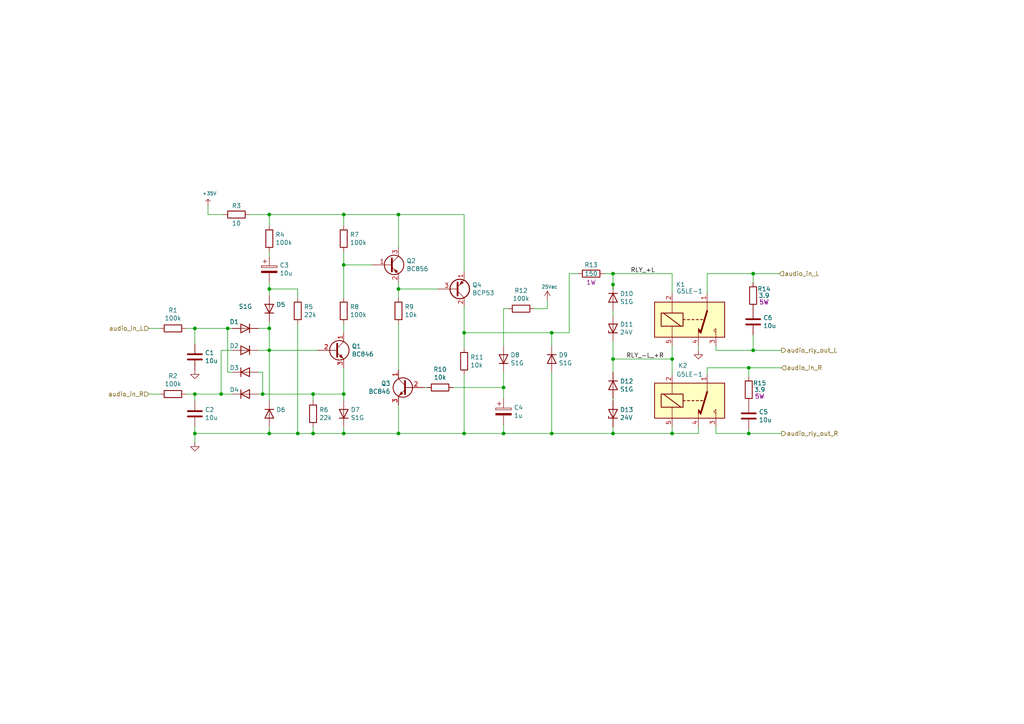
<source format=kicad_sch>
(kicad_sch (version 20211123) (generator eeschema)
  (paper "A4")
  (title_block (title "Output Muting and Short Protection") (date "2020-01-21") (rev "A") (company "Shawn Adams") (comment 1 "https://sound-au.com/") (comment 2 "Based on designs by Elliot Sound Products"))
  (lib_symbols
    (symbol "AAMB-rescue:+35V-Power-amp" (power) (pin_names (offset 0))
      (property "Value" "+35V-Power-amp" (at 0.635 2.54 0))
      (symbol "+35V-Power-amp_0_1"
        (polyline (pts (xy 0 1.905) (xy 0.635 1.27)))
        (polyline (pts (xy 0 0) (xy 0 1.905) (xy -0.635 1.27)))
      )
      (symbol "+35V-Power-amp_1_1"
        (pin power_in line (at 0 0 90) (length 0) hide (name "+35V") (number "1"))
      )
    )
    (symbol "AAMB-rescue:25Vac-power" (power) (pin_names (offset 0))
      (property "Value" "25Vac-power" (at 0 3.556 0))
      (symbol "25Vac-power_0_1"
        (polyline (pts (xy -0.762 1.27) (xy 0 2.54)))
        (polyline (pts (xy 0 0) (xy 0 2.54)))
        (polyline (pts (xy 0 2.54) (xy 0.762 1.27)))
      )
      (symbol "25Vac-power_1_1"
        (pin power_in line (at 0 0 90) (length 0) hide (name "25Vac") (number "1"))
      )
    )
    (symbol "AAMB-rescue:CP-Device" (pin_numbers hide) (pin_names (offset 0.254))
      (property "Reference" "C" (at 0.635 2.54 0))
      (property "Value" "CP-Device" (at 0.635 -2.54 0))
      (symbol "CP-Device_0_1"
        (rectangle (start -2.286 0.508) (end 2.286 1.016))
        (polyline (pts (xy -1.778 2.286) (xy -0.762 2.286)))
        (polyline (pts (xy -1.27 2.794) (xy -1.27 1.778)))
        (rectangle (start 2.286 -0.508) (end -2.286 -1.016) (fill (type outline)))
      )
      (symbol "CP-Device_1_1"
        (pin passive line (at 0 3.81 270) (length 2.794) (name "~") (number "1"))
        (pin passive line (at 0 -3.81 90) (length 2.794) (name "~") (number "2"))
      )
    )
    (symbol "Device:C" (pin_numbers hide) (pin_names (offset 0.254))
      (property "Reference" "C" (at 0.635 2.54 0))
      (property "Value" "C" (at 0.635 -2.54 0))
      (symbol "C_0_1"
        (polyline (pts (xy -2.032 -0.762) (xy 2.032 -0.762)) (stroke (width 0.508)))
        (polyline (pts (xy -2.032 0.762) (xy 2.032 0.762)) (stroke (width 0.508)))
      )
      (symbol "C_1_1"
        (pin passive line (at 0 3.81 270) (length 2.794) (name "~") (number "1"))
        (pin passive line (at 0 -3.81 90) (length 2.794) (name "~") (number "2"))
      )
    )
    (symbol "Device:D_Zener" (pin_numbers hide) (pin_names (offset 1.016) hide)
      (property "Reference" "D" (at 0 2.54 0))
      (property "Value" "D_Zener" (at 0 -2.54 0))
      (symbol "D_Zener_0_1"
        (polyline (pts (xy 1.27 0) (xy -1.27 0)))
        (polyline (pts (xy -1.27 -1.27) (xy -1.27 1.27) (xy -0.762 1.27)) (stroke (width 0.254)))
        (polyline (pts (xy 1.27 -1.27) (xy 1.27 1.27) (xy -1.27 0) (xy 1.27 -1.27)) (stroke (width 0.254)))
      )
      (symbol "D_Zener_1_1"
        (pin passive line (at -3.81 0 0) (length 2.54) (name "K") (number "1"))
        (pin passive line (at 3.81 0 180) (length 2.54) (name "A") (number "2"))
      )
    )
    (symbol "Device:R" (pin_numbers hide) (pin_names (offset 0))
      (property "Reference" "R" (at 2.032 0 90))
      (property "Value" "R" (at 0 0 90))
      (symbol "R_0_1"
        (rectangle (start -1.016 -2.54) (end 1.016 2.54) (stroke (width 0.254)))
      )
      (symbol "R_1_1"
        (pin passive line (at 0 3.81 270) (length 1.27) (name "~") (number "1"))
        (pin passive line (at 0 -3.81 90) (length 1.27) (name "~") (number "2"))
      )
    )
    (symbol "Diode:1N4004" (pin_numbers hide) (pin_names hide)
      (property "Reference" "D" (at 0 2.54 0))
      (property "Value" "1N4004" (at 0 -2.54 0))
      (symbol "1N4004_0_1"
        (polyline (pts (xy -1.27 1.27) (xy -1.27 -1.27)) (stroke (width 0.254)))
        (polyline (pts (xy 1.27 0) (xy -1.27 0)))
        (polyline (pts (xy 1.27 1.27) (xy 1.27 -1.27) (xy -1.27 0) (xy 1.27 1.27)) (stroke (width 0.254)))
      )
      (symbol "1N4004_1_1"
        (pin passive line (at -3.81 0 0) (length 2.54) (name "K") (number "1"))
        (pin passive line (at 3.81 0 180) (length 2.54) (name "A") (number "2"))
      )
    )
    (symbol "Relay:G5LE-1"
      (property "Reference" "K" (at 11.43 3.81 0))
      (property "Value" "G5LE-1" (at 11.43 1.27 0))
      (symbol "G5LE-1_0_0"
        (polyline (pts (xy 7.62 5.08) (xy 7.62 2.54) (xy 6.985 3.175) (xy 7.62 3.81)))
      )
      (symbol "G5LE-1_0_1"
        (rectangle (start -10.16 5.08) (end 10.16 -5.08) (stroke (width 0.254)) (fill (type background)))
        (rectangle (start -8.255 1.905) (end -1.905 -1.905) (stroke (width 0.254)))
        (polyline (pts (xy -7.62 -1.905) (xy -2.54 1.905)) (stroke (width 0.254)))
        (polyline (pts (xy -5.08 -5.08) (xy -5.08 -1.905)))
        (polyline (pts (xy -5.08 5.08) (xy -5.08 1.905)))
        (polyline (pts (xy -1.905 0) (xy -1.27 0)) (stroke (width 0.254)))
        (polyline (pts (xy -0.635 0) (xy 0 0)) (stroke (width 0.254)))
        (polyline (pts (xy 0.635 0) (xy 1.27 0)) (stroke (width 0.254)))
        (polyline (pts (xy 1.905 0) (xy 2.54 0)) (stroke (width 0.254)))
        (polyline (pts (xy 3.175 0) (xy 3.81 0)) (stroke (width 0.254)))
        (polyline (pts (xy 5.08 -2.54) (xy 3.175 3.81)) (stroke (width 0.508)))
        (polyline (pts (xy 5.08 -2.54) (xy 5.08 -5.08)))
        (polyline (pts (xy 2.54 5.08) (xy 2.54 2.54) (xy 3.175 3.175) (xy 2.54 3.81)) (fill (type outline)))
      )
      (symbol "G5LE-1_1_1"
        (pin passive line (at 5.08 -7.62 90) (length 2.54) (name "~") (number "1"))
        (pin passive line (at -5.08 -7.62 90) (length 2.54) (name "~") (number "2"))
        (pin passive line (at 7.62 7.62 270) (length 2.54) (name "~") (number "3"))
        (pin passive line (at 2.54 7.62 270) (length 2.54) (name "~") (number "4"))
        (pin passive line (at -5.08 7.62 270) (length 2.54) (name "~") (number "5"))
      )
    )
    (symbol "Transistor_BJT:BC546" (pin_names (offset 0) hide)
      (property "Reference" "Q" (at 5.08 1.905 0))
      (property "Value" "BC546" (at 5.08 0 0))
      (symbol "BC546_0_1"
        (polyline (pts (xy 0 0) (xy 0.635 0)))
        (polyline (pts (xy 0.635 0.635) (xy 2.54 2.54)))
        (polyline (pts (xy 0.635 -0.635) (xy 2.54 -2.54) (xy 2.54 -2.54)))
        (polyline (pts (xy 0.635 1.905) (xy 0.635 -1.905) (xy 0.635 -1.905)) (stroke (width 0.508)))
        (polyline (pts (xy 1.27 -1.778) (xy 1.778 -1.27) (xy 2.286 -2.286) (xy 1.27 -1.778) (xy 1.27 -1.778)) (fill (type outline)))
        (circle (center 1.27 0) (radius 2.8194) (stroke (width 0.254)))
      )
      (symbol "BC546_1_1"
        (pin passive line (at 2.54 5.08 270) (length 2.54) (name "C") (number "1"))
        (pin input line (at -5.08 0 0) (length 5.08) (name "B") (number "2"))
        (pin passive line (at 2.54 -5.08 90) (length 2.54) (name "E") (number "3"))
      )
    )
    (symbol "Transistor_BJT:BC856" (pin_names (offset 0) hide)
      (property "Reference" "Q" (at 5.08 1.905 0))
      (property "Value" "BC856" (at 5.08 0 0))
      (symbol "BC856_0_1"
        (polyline (pts (xy 0.635 0.635) (xy 2.54 2.54)))
        (polyline (pts (xy 0.635 -0.635) (xy 2.54 -2.54) (xy 2.54 -2.54)))
        (polyline (pts (xy 0.635 1.905) (xy 0.635 -1.905) (xy 0.635 -1.905)) (stroke (width 0.508)))
        (polyline (pts (xy 2.286 -1.778) (xy 1.778 -2.286) (xy 1.27 -1.27) (xy 2.286 -1.778) (xy 2.286 -1.778)) (fill (type outline)))
        (circle (center 1.27 0) (radius 2.8194) (stroke (width 0.254)))
      )
      (symbol "BC856_1_1"
        (pin input line (at -5.08 0 0) (length 5.715) (name "B") (number "1"))
        (pin passive line (at 2.54 -5.08 90) (length 2.54) (name "E") (number "2"))
        (pin passive line (at 2.54 5.08 270) (length 2.54) (name "C") (number "3"))
      )
    )
    (symbol "Transistor_BJT:BD140" (pin_names (offset 0) hide)
      (property "Reference" "Q" (at 5.08 1.905 0))
      (property "Value" "BD140" (at 5.08 0 0))
      (symbol "BD140_0_1"
        (polyline (pts (xy 0 0) (xy 0.635 0)))
        (polyline (pts (xy 2.54 -2.54) (xy 0.635 -0.635)))
        (polyline (pts (xy 2.54 2.54) (xy 0.635 0.635)))
        (polyline (pts (xy 0.635 1.905) (xy 0.635 -1.905) (xy 0.635 -1.905)) (stroke (width 0.508)) (fill (type outline)))
        (polyline (pts (xy 1.778 -2.286) (xy 2.286 -1.778) (xy 1.27 -1.27) (xy 1.778 -2.286) (xy 1.778 -2.286)) (fill (type outline)))
        (circle (center 1.27 0) (radius 2.8194) (stroke (width 0.3048)))
      )
      (symbol "BD140_1_1"
        (pin passive line (at 2.54 -5.08 90) (length 2.54) (name "E") (number "1"))
        (pin passive line (at 2.54 5.08 270) (length 2.54) (name "C") (number "2"))
        (pin input line (at -5.08 0 0) (length 5.08) (name "B") (number "3"))
      )
    )
    (symbol "power:GND" (power) (pin_names (offset 0))
      (property "Value" "GND" (at 0 -3.81 0))
      (symbol "GND_0_1"
        (polyline (pts (xy 0 0) (xy 0 -1.27) (xy 1.27 -1.27) (xy 0 -2.54) (xy -1.27 -1.27) (xy 0 -1.27)))
      )
      (symbol "GND_1_1"
        (pin power_in line (at 0 0 270) (length 0) hide (name "GND") (number "1"))
      )
    )
  )
  (junction (at 86.36 125.73))
  (junction (at 90.805 125.73))
  (junction (at 134.62 125.73))
  (junction (at 160.02 125.73))
  (junction (at 99.695 114.3))
  (junction (at 177.8 82.55))
  (junction (at 78.105 101.6))
  (junction (at 194.945 104.14))
  (junction (at 56.515 114.3))
  (junction (at 78.105 62.23))
  (junction (at 78.105 95.25))
  (junction (at 78.105 83.82))
  (junction (at 218.44 101.6))
  (junction (at 160.02 96.52))
  (junction (at 218.44 79.375))
  (junction (at 78.105 125.73))
  (junction (at 115.57 83.82))
  (junction (at 76.2 114.3))
  (junction (at 99.695 125.73))
  (junction (at 146.05 125.73))
  (junction (at 177.8 125.73))
  (junction (at 177.8 79.375))
  (junction (at 115.57 62.23))
  (junction (at 90.805 114.3))
  (junction (at 217.17 125.73))
  (junction (at 66.04 95.25))
  (junction (at 64.135 114.3))
  (junction (at 217.17 106.68))
  (junction (at 115.57 125.73))
  (junction (at 99.695 76.835))
  (junction (at 146.05 112.395))
  (junction (at 56.515 95.25))
  (junction (at 194.945 125.73))
  (junction (at 56.515 125.73))
  (junction (at 99.695 62.23))
  (junction (at 134.62 96.52))
  (junction (at 177.8 104.14))
  (wire (pts (xy 115.57 62.23) (xy 115.57 71.755)))
  (wire (pts (xy 134.62 96.52) (xy 134.62 88.9)))
  (wire (pts (xy 78.105 125.73) (xy 56.515 125.73)))
  (wire (pts (xy 165.1 96.52) (xy 165.1 79.375)))
  (wire (pts (xy 177.8 115.57) (xy 177.8 116.205)))
  (wire (pts (xy 64.135 114.3) (xy 64.135 101.6)))
  (wire (pts (xy 194.945 79.375) (xy 194.945 85.09)))
  (wire (pts (xy 134.62 100.965) (xy 134.62 96.52)))
  (wire (pts (xy 207.645 123.825) (xy 207.645 125.73)))
  (wire (pts (xy 202.565 123.825) (xy 202.565 125.73)))
  (wire (pts (xy 64.135 101.6) (xy 67.31 101.6)))
  (wire (pts (xy 60.325 62.23) (xy 64.77 62.23)))
  (wire (pts (xy 86.36 125.73) (xy 78.105 125.73)))
  (wire (pts (xy 99.695 125.73) (xy 90.805 125.73)))
  (wire (pts (xy 177.8 104.14) (xy 177.8 107.95)))
  (wire (pts (xy 78.105 123.825) (xy 78.105 125.73)))
  (wire (pts (xy 194.945 125.73) (xy 177.8 125.73)))
  (wire (pts (xy 134.62 108.585) (xy 134.62 125.73)))
  (wire (pts (xy 146.05 125.73) (xy 146.05 123.19)))
  (wire (pts (xy 74.93 114.3) (xy 76.2 114.3)))
  (wire (pts (xy 160.02 125.73) (xy 177.8 125.73)))
  (wire (pts (xy 146.05 112.395) (xy 146.05 115.57)))
  (wire (pts (xy 115.57 83.82) (xy 115.57 86.36)))
  (wire (pts (xy 66.04 95.25) (xy 67.31 95.25)))
  (wire (pts (xy 177.8 79.375) (xy 194.945 79.375)))
  (wire (pts (xy 64.135 114.3) (xy 56.515 114.3)))
  (wire (pts (xy 134.62 125.73) (xy 146.05 125.73)))
  (wire (pts (xy 177.8 123.825) (xy 177.8 125.73)))
  (wire (pts (xy 115.57 83.82) (xy 127 83.82)))
  (wire (pts (xy 78.105 81.915) (xy 78.105 83.82)))
  (wire (pts (xy 205.105 79.375) (xy 218.44 79.375)))
  (wire (pts (xy 160.02 100.33) (xy 160.02 96.52)))
  (wire (pts (xy 146.05 125.73) (xy 160.02 125.73)))
  (wire (pts (xy 202.565 125.73) (xy 194.945 125.73)))
  (wire (pts (xy 76.2 114.3) (xy 90.805 114.3)))
  (wire (pts (xy 74.93 95.25) (xy 78.105 95.25)))
  (wire (pts (xy 160.02 96.52) (xy 134.62 96.52)))
  (wire (pts (xy 60.325 59.69) (xy 60.325 62.23)))
  (wire (pts (xy 86.36 83.82) (xy 86.36 86.36)))
  (wire (pts (xy 78.105 62.23) (xy 99.695 62.23)))
  (wire (pts (xy 78.105 93.345) (xy 78.105 95.25)))
  (wire (pts (xy 207.645 100.33) (xy 207.645 101.6)))
  (wire (pts (xy 218.44 79.375) (xy 218.44 81.915)))
  (wire (pts (xy 99.695 123.825) (xy 99.695 125.73)))
  (wire (pts (xy 72.39 62.23) (xy 78.105 62.23)))
  (wire (pts (xy 56.515 99.695) (xy 56.515 95.25)))
  (wire (pts (xy 194.945 123.825) (xy 194.945 125.73)))
  (wire (pts (xy 226.695 106.68) (xy 217.17 106.68)))
  (wire (pts (xy 194.945 104.14) (xy 194.945 108.585)))
  (wire (pts (xy 205.105 85.09) (xy 205.105 79.375)))
  (wire (pts (xy 146.05 100.33) (xy 146.05 89.535)))
  (wire (pts (xy 217.17 124.46) (xy 217.17 125.73)))
  (wire (pts (xy 131.445 112.395) (xy 146.05 112.395)))
  (wire (pts (xy 115.57 117.475) (xy 115.57 125.73)))
  (wire (pts (xy 78.105 95.25) (xy 78.105 101.6)))
  (wire (pts (xy 76.2 107.95) (xy 76.2 114.3)))
  (wire (pts (xy 175.26 79.375) (xy 177.8 79.375)))
  (wire (pts (xy 99.695 125.73) (xy 115.57 125.73)))
  (wire (pts (xy 154.94 89.535) (xy 158.75 89.535)))
  (wire (pts (xy 67.31 107.95) (xy 66.04 107.95)))
  (wire (pts (xy 99.695 73.025) (xy 99.695 76.835)))
  (wire (pts (xy 99.695 62.23) (xy 99.695 65.405)))
  (wire (pts (xy 217.17 109.22) (xy 217.17 106.68)))
  (wire (pts (xy 46.355 114.3) (xy 43.18 114.3)))
  (wire (pts (xy 177.8 90.17) (xy 177.8 91.44)))
  (wire (pts (xy 218.44 101.6) (xy 226.695 101.6)))
  (wire (pts (xy 56.515 95.25) (xy 66.04 95.25)))
  (wire (pts (xy 56.515 116.205) (xy 56.515 114.3)))
  (wire (pts (xy 202.565 101.6) (xy 202.565 100.33)))
  (wire (pts (xy 146.05 107.95) (xy 146.05 112.395)))
  (wire (pts (xy 56.515 125.73) (xy 56.515 123.825)))
  (wire (pts (xy 146.05 89.535) (xy 147.32 89.535)))
  (wire (pts (xy 158.75 86.995) (xy 158.75 89.535)))
  (wire (pts (xy 115.57 81.915) (xy 115.57 83.82)))
  (wire (pts (xy 46.355 95.25) (xy 43.18 95.25)))
  (wire (pts (xy 67.31 114.3) (xy 64.135 114.3)))
  (wire (pts (xy 207.645 125.73) (xy 217.17 125.73)))
  (wire (pts (xy 99.695 106.68) (xy 99.695 114.3)))
  (wire (pts (xy 123.19 112.395) (xy 123.825 112.395)))
  (wire (pts (xy 56.515 95.25) (xy 53.975 95.25)))
  (wire (pts (xy 78.105 73.025) (xy 78.105 74.295)))
  (wire (pts (xy 86.36 93.98) (xy 86.36 125.73)))
  (wire (pts (xy 99.695 76.835) (xy 99.695 86.36)))
  (wire (pts (xy 115.57 62.23) (xy 134.62 62.23)))
  (wire (pts (xy 177.8 82.55) (xy 177.8 83.82)))
  (wire (pts (xy 207.645 101.6) (xy 218.44 101.6)))
  (wire (pts (xy 165.1 79.375) (xy 167.64 79.375)))
  (wire (pts (xy 78.105 101.6) (xy 78.105 116.205)))
  (wire (pts (xy 78.105 62.23) (xy 78.105 65.405)))
  (wire (pts (xy 218.44 101.6) (xy 218.44 97.155)))
  (wire (pts (xy 99.695 96.52) (xy 99.695 93.98)))
  (wire (pts (xy 115.57 62.23) (xy 99.695 62.23)))
  (wire (pts (xy 78.105 83.82) (xy 78.105 85.725)))
  (wire (pts (xy 217.17 106.68) (xy 205.105 106.68)))
  (wire (pts (xy 90.805 114.3) (xy 90.805 116.205)))
  (wire (pts (xy 74.93 107.95) (xy 76.2 107.95)))
  (wire (pts (xy 56.515 128.27) (xy 56.515 125.73)))
  (wire (pts (xy 99.695 114.3) (xy 90.805 114.3)))
  (wire (pts (xy 78.105 83.82) (xy 86.36 83.82)))
  (wire (pts (xy 107.95 76.835) (xy 99.695 76.835)))
  (wire (pts (xy 99.695 116.205) (xy 99.695 114.3)))
  (wire (pts (xy 66.04 107.95) (xy 66.04 95.25)))
  (wire (pts (xy 90.805 123.825) (xy 90.805 125.73)))
  (wire (pts (xy 56.515 114.3) (xy 53.975 114.3)))
  (wire (pts (xy 115.57 125.73) (xy 134.62 125.73)))
  (wire (pts (xy 177.8 79.375) (xy 177.8 82.55)))
  (wire (pts (xy 194.945 100.33) (xy 194.945 104.14)))
  (wire (pts (xy 194.945 104.14) (xy 177.8 104.14)))
  (wire (pts (xy 134.62 62.23) (xy 134.62 78.74)))
  (wire (pts (xy 92.075 101.6) (xy 78.105 101.6)))
  (wire (pts (xy 160.02 96.52) (xy 165.1 96.52)))
  (wire (pts (xy 217.17 125.73) (xy 226.695 125.73)))
  (wire (pts (xy 74.93 101.6) (xy 78.105 101.6)))
  (wire (pts (xy 90.805 125.73) (xy 86.36 125.73)))
  (wire (pts (xy 115.57 93.98) (xy 115.57 107.315)))
  (wire (pts (xy 205.105 106.68) (xy 205.105 108.585)))
  (wire (pts (xy 226.06 79.375) (xy 218.44 79.375)))
  (wire (pts (xy 177.8 99.06) (xy 177.8 104.14)))
  (wire (pts (xy 160.02 125.73) (xy 160.02 107.95)))
  (label "RLY_+L" (at 182.88 79.375 0))
  (label "RLY_-L_+R" (at 181.61 104.14 0))
  (hierarchical_label "audio_rly_out_R" (shape output) (at 226.695 125.73 0))
  (hierarchical_label "audio_in_R" (shape input) (at 43.18 114.3 180))
  (hierarchical_label "audio_in_L" (shape input) (at 43.18 95.25 180))
  (hierarchical_label "audio_in_R" (shape input) (at 226.695 106.68 0))
  (hierarchical_label "audio_rly_out_L" (shape output) (at 226.695 101.6 0))
  (hierarchical_label "audio_in_L" (shape input) (at 226.06 79.375 0))
  (symbol (lib_id "Transistor_BJT:BC546") (at 97.155 101.6 0) (unit 1)
    (property "Reference" "Q1" (at 102.0064 100.4316 0) (effects (justify left)))
    (property "Value" "BC846" (at 102.0064 102.743 0) (effects (justify left)))
    (property "Footprint" "Package_TO_SOT_THT:TO-92_Inline" (effects hide))
    (property "Datasheet" "https://www.onsemi.com/pub/Collateral/BC550-D.pdf" (effects hide))
    (property "DigiKey" "https://www.digikey.com/product-detail/en/on-semiconductor/BC846BLT1G/BC846BLT1GOSTR-ND/918342" (effects hide))
    (property "MFG" "ON Semiconductor" (effects hide))
    (property "MPN" "BC846BLT1G" (effects hide))
  )
  (symbol (lib_id "Transistor_BJT:BC546") (at 118.11 112.395 0) (mirror y) (unit 1)
    (property "Reference" "Q3" (at 113.2586 111.2266 0) (effects (justify left)))
    (property "Value" "BC846" (at 113.2586 113.538 0) (effects (justify left)))
    (property "Footprint" "Package_TO_SOT_THT:TO-92_Inline" (effects hide))
    (property "Datasheet" "https://www.onsemi.com/pub/Collateral/BC550-D.pdf" (effects hide))
    (property "DigiKey" "https://www.digikey.com/product-detail/en/on-semiconductor/BC846BLT1G/BC846BLT1GOSTR-ND/918342" (effects hide))
    (property "MFG" "ON Semiconductor" (effects hide))
    (property "MPN" "BC846BLT1G" (effects hide))
  )
  (symbol (lib_id "Transistor_BJT:BD140") (at 132.08 83.82 0) (mirror x) (unit 1)
    (property "Reference" "Q4" (at 136.9568 82.6516 0) (effects (justify left)))
    (property "Value" "BCP53" (at 136.9568 84.963 0) (effects (justify left)))
    (property "Footprint" "Package_TO_SOT_THT:TO-126-3_Vertical" (effects hide))
    (property "Datasheet" "http://www.st.com/internet/com/TECHNICAL_RESOURCES/TECHNICAL_LITERATURE/DATASHEET/CD00001225.pdf" (effects hide))
    (property "DigiKey" "https://www.digikey.com/product-detail/en/on-semiconductor/SBCP53-10T1G/SBCP53-10T1GOSCT-ND/9087709" (effects hide))
    (property "MFG" "ON Semiconductor" (effects hide))
    (property "MPN" "SBCP53-10T1G" (effects hide))
  )
  (symbol (lib_id "Diode:1N4004") (at 71.12 95.25 180) (unit 1)
    (property "Reference" "D1" (at 67.945 93.345 0))
    (property "Value" "S1G" (effects hide))
    (property "Footprint" "Diode_THT:D_DO-41_SOD81_P10.16mm_Horizontal" (effects hide))
    (property "Datasheet" "http://www.vishay.com/docs/88503/1n4001.pdf" (effects hide))
    (property "DigiKey" "https://www.digikey.com/product-detail/en/on-semiconductor/S1G/S1GFSTR-ND/965464" (effects hide))
    (property "MFG" "ON Semiconductor" (effects hide))
    (property "MPN" "S1G" (effects hide))
  )
  (symbol (lib_id "Diode:1N4004") (at 71.12 101.6 180) (unit 1)
    (property "Reference" "D2" (at 67.945 100.33 0))
    (property "Value" "S1G" (effects hide))
    (property "Footprint" "Diode_THT:D_DO-41_SOD81_P10.16mm_Horizontal" (effects hide))
    (property "Datasheet" "http://www.vishay.com/docs/88503/1n4001.pdf" (effects hide))
    (property "DigiKey" "https://www.digikey.com/product-detail/en/on-semiconductor/S1G/S1GFSTR-ND/965464" (effects hide))
    (property "MFG" "ON Semiconductor" (effects hide))
    (property "MPN" "S1G" (effects hide))
  )
  (symbol (lib_id "Diode:1N4004") (at 71.12 107.95 0) (unit 1)
    (property "Reference" "D3" (at 67.945 106.68 0))
    (property "Value" "S1G" (effects hide))
    (property "Footprint" "Diode_THT:D_DO-41_SOD81_P10.16mm_Horizontal" (effects hide))
    (property "Datasheet" "http://www.vishay.com/docs/88503/1n4001.pdf" (effects hide))
    (property "DigiKey" "https://www.digikey.com/product-detail/en/on-semiconductor/S1G/S1GFSTR-ND/965464" (effects hide))
    (property "MFG" "ON Semiconductor" (effects hide))
    (property "MPN" "S1G" (effects hide))
  )
  (symbol (lib_id "Diode:1N4004") (at 71.12 114.3 0) (unit 1)
    (property "Reference" "D4" (at 67.945 113.03 0))
    (property "Value" "S1G" (effects hide))
    (property "Footprint" "Diode_THT:D_DO-41_SOD81_P10.16mm_Horizontal" (effects hide))
    (property "Datasheet" "http://www.vishay.com/docs/88503/1n4001.pdf" (effects hide))
    (property "DigiKey" "https://www.digikey.com/product-detail/en/on-semiconductor/S1G/S1GFSTR-ND/965464" (effects hide))
    (property "MFG" "ON Semiconductor" (effects hide))
    (property "MPN" "S1G" (effects hide))
  )
  (symbol (lib_id "Diode:1N4004") (at 78.105 120.015 270) (unit 1)
    (property "Reference" "D6" (at 80.1116 118.8466 90) (effects (justify left)))
    (property "Value" "S1G" (effects hide))
    (property "Footprint" "Diode_THT:D_DO-41_SOD81_P10.16mm_Horizontal" (effects hide))
    (property "Datasheet" "http://www.vishay.com/docs/88503/1n4001.pdf" (effects hide))
    (property "DigiKey" "https://www.digikey.com/product-detail/en/on-semiconductor/S1G/S1GFSTR-ND/965464" (effects hide))
    (property "MFG" "ON Semiconductor" (effects hide))
    (property "MPN" "S1G" (effects hide))
  )
  (symbol (lib_id "Diode:1N4004") (at 99.695 120.015 90) (unit 1)
    (property "Reference" "D7" (at 101.7016 118.8466 90) (effects (justify right)))
    (property "Value" "S1G" (at 101.7016 121.158 90) (effects (justify right)))
    (property "Footprint" "Diode_THT:D_DO-41_SOD81_P10.16mm_Horizontal" (effects hide))
    (property "Datasheet" "http://www.vishay.com/docs/88503/1n4001.pdf" (effects hide))
    (property "DigiKey" "https://www.digikey.com/product-detail/en/on-semiconductor/S1G/S1GFSTR-ND/965464" (effects hide))
    (property "MFG" "ON Semiconductor" (effects hide))
    (property "MPN" "S1G" (effects hide))
  )
  (symbol (lib_id "Diode:1N4004") (at 146.05 104.14 90) (unit 1)
    (property "Reference" "D8" (at 148.0566 102.9716 90) (effects (justify right)))
    (property "Value" "S1G" (at 148.0566 105.283 90) (effects (justify right)))
    (property "Footprint" "Diode_THT:D_DO-41_SOD81_P10.16mm_Horizontal" (effects hide))
    (property "Datasheet" "http://www.vishay.com/docs/88503/1n4001.pdf" (effects hide))
    (property "DigiKey" "https://www.digikey.com/product-detail/en/on-semiconductor/S1G/S1GFSTR-ND/965464" (effects hide))
    (property "MFG" "ON Semiconductor" (effects hide))
    (property "MPN" "S1G" (effects hide))
  )
  (symbol (lib_id "Diode:1N4004") (at 160.02 104.14 270) (unit 1)
    (property "Reference" "D9" (at 162.0266 102.9716 90) (effects (justify left)))
    (property "Value" "S1G" (at 162.0266 105.283 90) (effects (justify left)))
    (property "Footprint" "Diode_THT:D_DO-41_SOD81_P10.16mm_Horizontal" (effects hide))
    (property "Datasheet" "http://www.vishay.com/docs/88503/1n4001.pdf" (effects hide))
    (property "DigiKey" "https://www.digikey.com/product-detail/en/on-semiconductor/S1G/S1GFSTR-ND/965464" (effects hide))
    (property "MFG" "ON Semiconductor" (effects hide))
    (property "MPN" "S1G" (effects hide))
  )
  (symbol (lib_id "AAMB-rescue:CP-Device") (at 146.05 119.38 0) (unit 1)
    (property "Reference" "C4" (at 149.0472 118.2116 0) (effects (justify left)))
    (property "Value" "1u" (at 149.0472 120.523 0) (effects (justify left)))
    (property "Footprint" "Capacitor_SMD:CP_Elec_4x5.4" (effects hide))
    (property "Datasheet" "https://katalog.we-online.de/pbs/datasheet/865060640001.pdf" (effects hide))
    (property "DigiKey" "https://www.digikey.com/product-detail/en/w%C3%BCrth-elektronik/865060640001/732-8541-1-ND/5728498" (effects hide))
    (property "MFG" "Wurth Elektronik" (effects hide))
    (property "MPN" "865060640001" (effects hide))
  )
  (symbol (lib_id "Device:R") (at 151.13 89.535 270) (unit 1)
    (property "Reference" "R12" (at 151.13 84.2772 90))
    (property "Value" "100k" (at 151.13 86.5886 90))
    (property "Footprint" "Resistor_SMD:R_0201_0603Metric_Pad0.64x0.40mm_HandSolder" (effects hide))
    (property "DigiKey" "https://www.digikey.com/product-detail/en/vishay-beyschlag/MCT06030C1003FP500/MCT0603-100K-CFCT-ND/2607876" (effects hide))
    (property "MFG" "Vishay Beyschlag" (effects hide))
    (property "MPN" "MCT06030C1003FP500" (effects hide))
  )
  (symbol (lib_id "Device:R") (at 134.62 104.775 0) (unit 1)
    (property "Reference" "R11" (at 136.398 103.6066 0) (effects (justify left)))
    (property "Value" "10k" (at 136.398 105.918 0) (effects (justify left)))
    (property "Footprint" "Resistor_SMD:R_0201_0603Metric_Pad0.64x0.40mm_HandSolder" (effects hide))
    (property "DigiKey" "https://www.digikey.com/product-detail/en/te-connectivity-passive-product/CRGCQ0603F10K/A129700CT-ND/8577532" (effects hide))
    (property "MFG" "TE Connectivity Passive Product" (effects hide))
    (property "MPN" "CRGCQ0603F10K" (effects hide))
  )
  (symbol (lib_id "Device:R") (at 127.635 112.395 270) (unit 1)
    (property "Reference" "R10" (at 127.635 107.1372 90))
    (property "Value" "10k" (at 127.635 109.4486 90))
    (property "Footprint" "Resistor_SMD:R_0201_0603Metric_Pad0.64x0.40mm_HandSolder" (effects hide))
    (property "DigiKey" "https://www.digikey.com/product-detail/en/te-connectivity-passive-product/CRGCQ0603F10K/A129700CT-ND/8577532" (effects hide))
    (property "MFG" "TE Connectivity Passive Product" (effects hide))
    (property "MPN" "CRGCQ0603F10K" (effects hide))
  )
  (symbol (lib_id "Device:R") (at 115.57 90.17 180) (unit 1)
    (property "Reference" "R9" (at 117.348 89.0016 0) (effects (justify right)))
    (property "Value" "10k" (at 117.348 91.313 0) (effects (justify right)))
    (property "Footprint" "Resistor_SMD:R_0201_0603Metric_Pad0.64x0.40mm_HandSolder" (effects hide))
    (property "DigiKey" "https://www.digikey.com/product-detail/en/te-connectivity-passive-product/CRGCQ0603F10K/A129700CT-ND/8577532" (effects hide))
    (property "MFG" "TE Connectivity Passive Product" (effects hide))
    (property "MPN" "CRGCQ0603F10K" (effects hide))
  )
  (symbol (lib_id "Device:R") (at 99.695 90.17 180) (unit 1)
    (property "Reference" "R8" (at 101.473 89.0016 0) (effects (justify right)))
    (property "Value" "100k" (at 101.473 91.313 0) (effects (justify right)))
    (property "Footprint" "Resistor_SMD:R_0201_0603Metric_Pad0.64x0.40mm_HandSolder" (effects hide))
    (property "DigiKey" "https://www.digikey.com/product-detail/en/vishay-beyschlag/MCT06030C1003FP500/MCT0603-100K-CFCT-ND/2607876" (effects hide))
    (property "MFG" "Vishay Beyschlag" (effects hide))
    (property "MPN" "MCT06030C1003FP500" (effects hide))
  )
  (symbol (lib_id "Device:R") (at 86.36 90.17 180) (unit 1)
    (property "Reference" "R5" (at 88.138 89.0016 0) (effects (justify right)))
    (property "Value" "22k" (at 88.138 91.313 0) (effects (justify right)))
    (property "Footprint" "Resistor_SMD:R_0201_0603Metric_Pad0.64x0.40mm_HandSolder" (effects hide))
    (property "DigiKey" "https://www.digikey.com/product-detail/en/te-connectivity-passive-product/CRGCQ0603F22K/A129704CT-ND/8577536" (effects hide))
    (property "MFG" "TE Connectivity Passive Product" (effects hide))
    (property "MPN" "CRGCQ0603F22K" (effects hide))
  )
  (symbol (lib_id "Diode:1N4004") (at 78.105 89.535 90) (unit 1)
    (property "Reference" "D5" (at 80.1116 88.3666 90) (effects (justify right)))
    (property "Value" "S1G" (at 69.215 88.9 90) (effects (justify right)))
    (property "Footprint" "Diode_THT:D_DO-41_SOD81_P10.16mm_Horizontal" (effects hide))
    (property "Datasheet" "http://www.vishay.com/docs/88503/1n4001.pdf" (effects hide))
    (property "DigiKey" "https://www.digikey.com/product-detail/en/on-semiconductor/S1G/S1GFSTR-ND/965464" (effects hide))
    (property "MFG" "ON Semiconductor" (effects hide))
    (property "MPN" "S1G" (effects hide))
  )
  (symbol (lib_id "Device:R") (at 78.105 69.215 180) (unit 1)
    (property "Reference" "R4" (at 79.883 68.0466 0) (effects (justify right)))
    (property "Value" "100k" (at 79.883 70.358 0) (effects (justify right)))
    (property "Footprint" "Resistor_SMD:R_0201_0603Metric_Pad0.64x0.40mm_HandSolder" (effects hide))
    (property "DigiKey" "https://www.digikey.com/product-detail/en/vishay-beyschlag/MCT06030C1003FP500/MCT0603-100K-CFCT-ND/2607876" (effects hide))
    (property "MFG" "Vishay Beyschlag" (effects hide))
    (property "MPN" "MCT06030C1003FP500" (effects hide))
  )
  (symbol (lib_id "Device:R") (at 99.695 69.215 180) (unit 1)
    (property "Reference" "R7" (at 101.473 68.0466 0) (effects (justify right)))
    (property "Value" "100k" (at 101.473 70.358 0) (effects (justify right)))
    (property "Footprint" "Resistor_SMD:R_0201_0603Metric_Pad0.64x0.40mm_HandSolder" (effects hide))
    (property "DigiKey" "https://www.digikey.com/product-detail/en/vishay-beyschlag/MCT06030C1003FP500/MCT0603-100K-CFCT-ND/2607876" (effects hide))
    (property "MFG" "Vishay Beyschlag" (effects hide))
    (property "MPN" "MCT06030C1003FP500" (effects hide))
  )
  (symbol (lib_id "Device:R") (at 90.805 120.015 180) (unit 1)
    (property "Reference" "R6" (at 92.583 118.8466 0) (effects (justify right)))
    (property "Value" "22k" (at 92.583 121.158 0) (effects (justify right)))
    (property "Footprint" "Resistor_SMD:R_0201_0603Metric_Pad0.64x0.40mm_HandSolder" (effects hide))
    (property "DigiKey" "https://www.digikey.com/product-detail/en/te-connectivity-passive-product/CRGCQ0603F22K/A129704CT-ND/8577536" (effects hide))
    (property "MFG" "TE Connectivity Passive Product" (effects hide))
    (property "MPN" "CRGCQ0603F22K" (effects hide))
  )
  (symbol (lib_id "Device:R") (at 50.165 95.25 90) (unit 1)
    (property "Reference" "R1" (at 50.165 89.9922 90))
    (property "Value" "100k" (at 50.165 92.3036 90))
    (property "Footprint" "Resistor_SMD:R_0201_0603Metric_Pad0.64x0.40mm_HandSolder" (effects hide))
    (property "DigiKey" "https://www.digikey.com/product-detail/en/vishay-beyschlag/MCT06030C1003FP500/MCT0603-100K-CFCT-ND/2607876" (effects hide))
    (property "MFG" "Vishay Beyschlag" (effects hide))
    (property "MPN" "MCT06030C1003FP500" (effects hide))
  )
  (symbol (lib_id "Device:R") (at 50.165 114.3 90) (unit 1)
    (property "Reference" "R2" (at 50.165 109.0422 90))
    (property "Value" "100k" (at 50.165 111.3536 90))
    (property "Footprint" "Resistor_SMD:R_0201_0603Metric_Pad0.64x0.40mm_HandSolder" (effects hide))
    (property "DigiKey" "https://www.digikey.com/product-detail/en/vishay-beyschlag/MCT06030C1003FP500/MCT0603-100K-CFCT-ND/2607876" (effects hide))
    (property "MFG" "Vishay Beyschlag" (effects hide))
    (property "MPN" "MCT06030C1003FP500" (effects hide))
  )
  (symbol (lib_id "Device:R") (at 68.58 62.23 90) (unit 1)
    (property "Reference" "R3" (at 68.58 59.69 90))
    (property "Value" "10" (at 68.58 64.77 90))
    (property "Footprint" "Resistor_SMD:R_0201_0603Metric_Pad0.64x0.40mm_HandSolder" (effects hide))
    (property "DigiKey" "https://www.digikey.com/product-detail/en/panasonic-electronic-components/ERJ-PA3F10R0V/P10-00BYCT-ND/5036118" (effects hide))
    (property "MFG" "Panasonic Electronic Components" (effects hide))
    (property "MPN" "ERJ-PA3F10R0V" (effects hide))
  )
  (symbol (lib_id "AAMB-rescue:CP-Device") (at 78.105 78.105 0) (unit 1)
    (property "Reference" "C3" (at 81.1022 76.9366 0) (effects (justify left)))
    (property "Value" "10u" (at 81.1022 79.248 0) (effects (justify left)))
    (property "Footprint" "Capacitor_SMD:CP_Elec_5x3" (effects hide))
    (property "Datasheet" "https://www.we-online.de/katalog/datasheet/865080642006.pdf" (effects hide))
    (property "DigiKey" "https://www.digikey.com/product-detail/en/w%C3%BCrth-elektronik/865080642006/732-8451-1-ND/5728408" (effects hide))
    (property "MFG" "Wurth Elektronik" (effects hide))
    (property "MPN" "865080642006" (effects hide))
  )
  (symbol (lib_id "power:GND") (at 56.515 107.315 0) (unit 1)
    (property "Reference" "#PWR02" (effects hide))
    (property "Value" "GND" (effects hide))
  )
  (symbol (lib_id "power:GND") (at 56.515 128.27 0) (unit 1)
    (property "Reference" "#PWR03" (effects hide))
    (property "Value" "GND" (effects hide))
  )
  (symbol (lib_id "AAMB-rescue:+35V-Power-amp") (at 60.325 59.69 0) (unit 1)
    (property "Reference" "#PWR04" (effects hide))
    (property "Value" "+35V" (at 60.7568 56.1086 0) (effects (font (size 0.9906 0.9906))))
  )
  (symbol (lib_id "Device:R") (at 171.45 79.375 270) (mirror x) (unit 1)
    (property "Reference" "R13" (at 171.45 76.835 90))
    (property "Value" "150" (at 171.45 79.375 90))
    (property "Footprint" "Resistor_SMD:R_2512_6332Metric" (effects hide))
    (property "Power" "1W" (at 171.45 81.915 90))
    (property "DigiKey" "https://www.digikey.com/product-detail/en/vishay-dale/CRCW2512150RFKEG/541-150AFCT-ND/3232073" (effects hide))
    (property "MFG" "Vishay Dale" (effects hide))
    (property "MPN" "CRCW2512150RFKEG" (effects hide))
  )
  (symbol (lib_id "Diode:1N4004") (at 177.8 86.36 270) (unit 1)
    (property "Reference" "D10" (at 179.8066 85.1916 90) (effects (justify left)))
    (property "Value" "S1G" (at 179.8066 87.503 90) (effects (justify left)))
    (property "Footprint" "Diode_THT:D_DO-41_SOD81_P10.16mm_Horizontal" (effects hide))
    (property "Datasheet" "http://www.vishay.com/docs/88503/1n4001.pdf" (effects hide))
    (property "DigiKey" "https://www.digikey.com/product-detail/en/on-semiconductor/S1G/S1GFSTR-ND/965464" (effects hide))
    (property "MFG" "ON Semiconductor" (effects hide))
    (property "MPN" "S1G" (effects hide))
  )
  (symbol (lib_id "Diode:1N4004") (at 177.8 111.76 270) (unit 1)
    (property "Reference" "D12" (at 179.8066 110.5916 90) (effects (justify left)))
    (property "Value" "S1G" (at 179.8066 112.903 90) (effects (justify left)))
    (property "Footprint" "Diode_THT:D_DO-41_SOD81_P10.16mm_Horizontal" (effects hide))
    (property "Datasheet" "http://www.vishay.com/docs/88503/1n4001.pdf" (effects hide))
    (property "MPN" "S1G" (effects hide))
    (property "MFG" "ON Semiconductor" (effects hide))
    (property "DigiKey" "https://www.digikey.com/product-detail/en/on-semiconductor/S1G/S1GFSTR-ND/965464" (effects hide))
  )
  (symbol (lib_id "Device:D_Zener") (at 177.8 95.25 90) (unit 1)
    (property "Reference" "D11" (at 179.8066 94.0816 90) (effects (justify right)))
    (property "Value" "24V" (at 179.8066 96.393 90) (effects (justify right)))
    (property "Footprint" "Diode_SMD:D_SMA" (effects hide))
    (property "DigiKey" "https://www.digikey.com/product-detail/en/on-semiconductor/1SMA5934BT3G/1SMA5934BT3GOSCT-ND/917684" (effects hide))
    (property "MFG" "ON Semiconductor" (effects hide))
    (property "MPN" "1SMA5934BT3G" (effects hide))
  )
  (symbol (lib_id "Device:D_Zener") (at 177.8 120.015 90) (unit 1)
    (property "Reference" "D13" (at 179.8066 118.8466 90) (effects (justify right)))
    (property "Value" "24V" (at 179.8066 121.158 90) (effects (justify right)))
    (property "Footprint" "Diode_SMD:D_SMA" (effects hide))
    (property "DigiKey" "https://www.digikey.com/product-detail/en/on-semiconductor/1SMA5934BT3G/1SMA5934BT3GOSCT-ND/917684" (effects hide))
    (property "MFG" "ON Semiconductor" (effects hide))
    (property "MPN" "1SMA5934BT3G" (effects hide))
  )
  (symbol (lib_id "Device:R") (at 217.17 113.03 0) (mirror x) (unit 1)
    (property "Reference" "R15" (at 220.345 111.125 0))
    (property "Value" "3.9" (at 220.345 113.03 0))
    (property "Footprint" "Resistor_THT:R_Axial_DIN0918_L18.0mm_D9.0mm_P7.62mm_Vertical" (effects hide))
    (property "Power" "5W" (at 220.345 114.935 0))
    (property "DigiKey" "https://www.digikey.com/product-detail/en/te-connectivity-passive-product/SQPW53R9J/A137442-ND/2365717" (effects hide))
    (property "MFG" "TE Connectivity Passive Product" (effects hide))
    (property "MPN" "SQPW53R9J" (effects hide))
  )
  (symbol (lib_id "Device:R") (at 218.44 85.725 0) (mirror x) (unit 1)
    (property "Reference" "R14" (at 221.615 83.82 0))
    (property "Value" "3.9" (at 221.615 85.725 0))
    (property "Footprint" "Resistor_THT:R_Axial_DIN0918_L18.0mm_D9.0mm_P7.62mm_Vertical" (effects hide))
    (property "Power" "5W" (at 221.615 87.63 0))
    (property "DigiKey" "https://www.digikey.com/product-detail/en/te-connectivity-passive-product/SQPW53R9J/A137442-ND/2365717" (effects hide))
    (property "MFG" "TE Connectivity Passive Product" (effects hide))
    (property "MPN" "SQPW53R9J" (effects hide))
  )
  (symbol (lib_id "Relay:G5LE-1") (at 200.025 92.71 0) (mirror x) (unit 1)
    (property "Reference" "K1" (at 198.755 82.55 0) (effects (justify right)))
    (property "Value" "G5LE-1" (at 203.835 84.455 0) (effects (justify right)))
    (property "Footprint" "Relay_THT:Relay_SPDT_Omron-G5LE-1" (effects hide))
    (property "Datasheet" "http://www.omron.com/ecb/products/pdf/en-g5le.pdf" (effects hide))
    (property "DigiKey" "https://www.digikey.com/product-detail/en/omron-electronics-inc-emc-div/G5LE-1-VDDC12/Z3672-ND/1815685" (effects hide))
    (property "MFG" "Omron Electronics Inc-EMC Div" (effects hide))
    (property "MPN" "G5LE-1-VDDC12" (effects hide))
  )
  (symbol (lib_id "Relay:G5LE-1") (at 200.025 116.205 0) (mirror x) (unit 1)
    (property "Reference" "K2" (at 199.39 106.045 0) (effects (justify right)))
    (property "Value" "G5LE-1" (at 203.835 108.585 0) (effects (justify right)))
    (property "Footprint" "Relay_THT:Relay_SPDT_Omron-G5LE-1" (effects hide))
    (property "Datasheet" "http://www.omron.com/ecb/products/pdf/en-g5le.pdf" (effects hide))
    (property "DigiKey" "https://www.digikey.com/product-detail/en/omron-electronics-inc-emc-div/G5LE-1-VDDC12/Z3672-ND/1815685" (effects hide))
    (property "MFG" "Omron Electronics Inc-EMC Div" (effects hide))
    (property "MPN" "G5LE-1-VDDC12" (effects hide))
  )
  (symbol (lib_id "power:GND") (at 202.565 101.6 0) (unit 1)
    (property "Reference" "#PWR05" (effects hide))
    (property "Value" "GND" (effects hide))
  )
  (symbol (lib_id "AAMB-rescue:25Vac-power") (at 158.75 86.995 0) (unit 1)
    (property "Reference" "#PWR0125" (effects hide))
    (property "Value" "25Vac" (at 159.385 83.185 0) (effects (font (size 0.9906 0.9906))))
  )
  (symbol (lib_id "Device:C") (at 56.515 120.015 0) (unit 1)
    (property "Reference" "C2" (at 59.436 118.8466 0) (effects (justify left)))
    (property "Value" "10u" (at 59.436 121.158 0) (effects (justify left)))
    (property "Footprint" "Capacitor_SMD:C_1206_3216Metric" (effects hide))
    (property "DigiKey" "https://www.digikey.com/product-detail/en/murata-electronics/GRT31CR61H106KE01L/490-12456-1-ND/5417157" (effects hide))
    (property "MFG" "Murata Electronics" (effects hide))
    (property "MPN" "GRT31CR61H106KE01L" (effects hide))
  )
  (symbol (lib_id "Device:C") (at 218.44 93.345 0) (unit 1)
    (property "Reference" "C6" (at 221.361 92.1766 0) (effects (justify left)))
    (property "Value" "10u" (at 221.361 94.488 0) (effects (justify left)))
    (property "Footprint" "Capacitor_SMD:C_1206_3216Metric" (effects hide))
    (property "DigiKey" "https://www.digikey.com/product-detail/en/murata-electronics/GRT31CR61H106KE01L/490-12456-1-ND/5417157" (effects hide))
    (property "MFG" "Murata Electronics" (effects hide))
    (property "MPN" "GRT31CR61H106KE01L" (effects hide))
  )
  (symbol (lib_id "Device:C") (at 217.17 120.65 0) (unit 1)
    (property "Reference" "C5" (at 220.091 119.4816 0) (effects (justify left)))
    (property "Value" "10u" (at 220.091 121.793 0) (effects (justify left)))
    (property "Footprint" "Capacitor_SMD:C_1206_3216Metric" (effects hide))
    (property "DigiKey" "https://www.digikey.com/product-detail/en/murata-electronics/GRT31CR61H106KE01L/490-12456-1-ND/5417157" (effects hide))
    (property "MFG" "Murata Electronics" (effects hide))
    (property "MPN" "GRT31CR61H106KE01L" (effects hide))
  )
  (symbol (lib_id "Device:C") (at 56.515 103.505 0) (unit 1)
    (property "Reference" "C1" (at 59.436 102.3366 0) (effects (justify left)))
    (property "Value" "10u" (at 59.436 104.648 0) (effects (justify left)))
    (property "Footprint" "Capacitor_SMD:C_1206_3216Metric" (effects hide))
    (property "DigiKey" "https://www.digikey.com/product-detail/en/murata-electronics/GRT31CR61H106KE01L/490-12456-1-ND/5417157" (effects hide))
    (property "MFG" "Murata Electronics" (effects hide))
    (property "MPN" "GRT31CR61H106KE01L" (effects hide))
  )
  (symbol (lib_id "Transistor_BJT:BC856") (at 113.03 76.835 0) (unit 1)
    (property "Reference" "Q2" (at 117.8814 75.6666 0) (effects (justify left)))
    (property "Value" "BC856" (at 117.8814 77.978 0) (effects (justify left)))
    (property "Footprint" "Package_TO_SOT_SMD:SOT-23" (effects hide))
    (property "Datasheet" "https://www.onsemi.com/pub/Collateral/BC860-D.pdf" (effects hide))
    (property "DigiKey" "https://www.digikey.com/product-detail/en/on-semiconductor/BC856BLT3G/BC856BLT3GOSCT-ND/2704961" (effects hide))
    (property "MFG" "ON Semiconductor" (effects hide))
    (property "MPN" "BC856BLT3G" (effects hide))
  )
)
</source>
